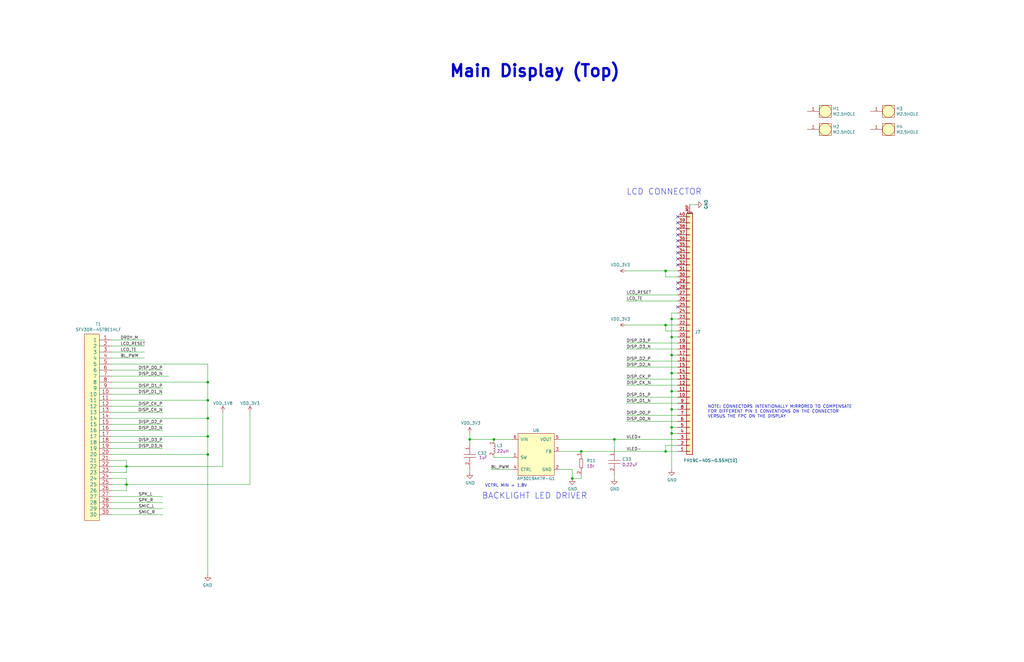
<source format=kicad_sch>
(kicad_sch (version 20230121) (generator eeschema)
  (paper "USLedger")
  (lib_symbols
    (symbol "Connector_Generic_MountingPin:Conn_01x40_MountingPin" (pin_names (offset 1.016) hide)
      (property "Reference" "J" (at 0 50.8 0))
      (property "Value" "Conn_01x40_MountingPin" (at 1.27 -53.34 0))
      (symbol "Conn_01x40_MountingPin_1_1"
        (rectangle (start -1.27 -50.673) (end 0 -50.927) (stroke (width 0.1524)))
        (rectangle (start -1.27 -48.133) (end 0 -48.387) (stroke (width 0.1524)))
        (rectangle (start -1.27 -45.593) (end 0 -45.847) (stroke (width 0.1524)))
        (rectangle (start -1.27 -43.053) (end 0 -43.307) (stroke (width 0.1524)))
        (rectangle (start -1.27 -40.513) (end 0 -40.767) (stroke (width 0.1524)))
        (rectangle (start -1.27 -37.973) (end 0 -38.227) (stroke (width 0.1524)))
        (rectangle (start -1.27 -35.433) (end 0 -35.687) (stroke (width 0.1524)))
        (rectangle (start -1.27 -32.893) (end 0 -33.147) (stroke (width 0.1524)))
        (rectangle (start -1.27 -30.353) (end 0 -30.607) (stroke (width 0.1524)))
        (rectangle (start -1.27 -27.813) (end 0 -28.067) (stroke (width 0.1524)))
        (rectangle (start -1.27 -25.273) (end 0 -25.527) (stroke (width 0.1524)))
        (rectangle (start -1.27 -22.733) (end 0 -22.987) (stroke (width 0.1524)))
        (rectangle (start -1.27 -20.193) (end 0 -20.447) (stroke (width 0.1524)))
        (rectangle (start -1.27 -17.653) (end 0 -17.907) (stroke (width 0.1524)))
        (rectangle (start -1.27 -15.113) (end 0 -15.367) (stroke (width 0.1524)))
        (rectangle (start -1.27 -12.573) (end 0 -12.827) (stroke (width 0.1524)))
        (rectangle (start -1.27 -10.033) (end 0 -10.287) (stroke (width 0.1524)))
        (rectangle (start -1.27 -7.493) (end 0 -7.747) (stroke (width 0.1524)))
        (rectangle (start -1.27 -4.953) (end 0 -5.207) (stroke (width 0.1524)))
        (rectangle (start -1.27 -2.413) (end 0 -2.667) (stroke (width 0.1524)))
        (rectangle (start -1.27 0.127) (end 0 -0.127) (stroke (width 0.1524)))
        (rectangle (start -1.27 2.667) (end 0 2.413) (stroke (width 0.1524)))
        (rectangle (start -1.27 5.207) (end 0 4.953) (stroke (width 0.1524)))
        (rectangle (start -1.27 7.747) (end 0 7.493) (stroke (width 0.1524)))
        (rectangle (start -1.27 10.287) (end 0 10.033) (stroke (width 0.1524)))
        (rectangle (start -1.27 12.827) (end 0 12.573) (stroke (width 0.1524)))
        (rectangle (start -1.27 15.367) (end 0 15.113) (stroke (width 0.1524)))
        (rectangle (start -1.27 17.907) (end 0 17.653) (stroke (width 0.1524)))
        (rectangle (start -1.27 20.447) (end 0 20.193) (stroke (width 0.1524)))
        (rectangle (start -1.27 22.987) (end 0 22.733) (stroke (width 0.1524)))
        (rectangle (start -1.27 25.527) (end 0 25.273) (stroke (width 0.1524)))
        (rectangle (start -1.27 28.067) (end 0 27.813) (stroke (width 0.1524)))
        (rectangle (start -1.27 30.607) (end 0 30.353) (stroke (width 0.1524)))
        (rectangle (start -1.27 33.147) (end 0 32.893) (stroke (width 0.1524)))
        (rectangle (start -1.27 35.687) (end 0 35.433) (stroke (width 0.1524)))
        (rectangle (start -1.27 38.227) (end 0 37.973) (stroke (width 0.1524)))
        (rectangle (start -1.27 40.767) (end 0 40.513) (stroke (width 0.1524)))
        (rectangle (start -1.27 43.307) (end 0 43.053) (stroke (width 0.1524)))
        (rectangle (start -1.27 45.847) (end 0 45.593) (stroke (width 0.1524)))
        (rectangle (start -1.27 48.387) (end 0 48.133) (stroke (width 0.1524)))
        (rectangle (start -1.27 49.53) (end 1.27 -52.07) (stroke (width 0.254)) (fill (type background)))
        (polyline (pts (xy -1.016 -52.832) (xy 1.016 -52.832)) (stroke (width 0.1524)))
        (text "Mounting" (at 0 -52.451 0) (effects (font (size 0.381 0.381))))
        (pin passive line (at -5.08 48.26 0) (length 3.81) (name "Pin_1") (number "1"))
        (pin passive line (at -5.08 25.4 0) (length 3.81) (name "Pin_10") (number "10"))
        (pin passive line (at -5.08 22.86 0) (length 3.81) (name "Pin_11") (number "11"))
        (pin passive line (at -5.08 20.32 0) (length 3.81) (name "Pin_12") (number "12"))
        (pin passive line (at -5.08 17.78 0) (length 3.81) (name "Pin_13") (number "13"))
        (pin passive line (at -5.08 15.24 0) (length 3.81) (name "Pin_14") (number "14"))
        (pin passive line (at -5.08 12.7 0) (length 3.81) (name "Pin_15") (number "15"))
        (pin passive line (at -5.08 10.16 0) (length 3.81) (name "Pin_16") (number "16"))
        (pin passive line (at -5.08 7.62 0) (length 3.81) (name "Pin_17") (number "17"))
        (pin passive line (at -5.08 5.08 0) (length 3.81) (name "Pin_18") (number "18"))
        (pin passive line (at -5.08 2.54 0) (length 3.81) (name "Pin_19") (number "19"))
        (pin passive line (at -5.08 45.72 0) (length 3.81) (name "Pin_2") (number "2"))
        (pin passive line (at -5.08 0 0) (length 3.81) (name "Pin_20") (number "20"))
        (pin passive line (at -5.08 -2.54 0) (length 3.81) (name "Pin_21") (number "21"))
        (pin passive line (at -5.08 -5.08 0) (length 3.81) (name "Pin_22") (number "22"))
        (pin passive line (at -5.08 -7.62 0) (length 3.81) (name "Pin_23") (number "23"))
        (pin passive line (at -5.08 -10.16 0) (length 3.81) (name "Pin_24") (number "24"))
        (pin passive line (at -5.08 -12.7 0) (length 3.81) (name "Pin_25") (number "25"))
        (pin passive line (at -5.08 -15.24 0) (length 3.81) (name "Pin_26") (number "26"))
        (pin passive line (at -5.08 -17.78 0) (length 3.81) (name "Pin_27") (number "27"))
        (pin passive line (at -5.08 -20.32 0) (length 3.81) (name "Pin_28") (number "28"))
        (pin passive line (at -5.08 -22.86 0) (length 3.81) (name "Pin_29") (number "29"))
        (pin passive line (at -5.08 43.18 0) (length 3.81) (name "Pin_3") (number "3"))
        (pin passive line (at -5.08 -25.4 0) (length 3.81) (name "Pin_30") (number "30"))
        (pin passive line (at -5.08 -27.94 0) (length 3.81) (name "Pin_31") (number "31"))
        (pin passive line (at -5.08 -30.48 0) (length 3.81) (name "Pin_32") (number "32"))
        (pin passive line (at -5.08 -33.02 0) (length 3.81) (name "Pin_33") (number "33"))
        (pin passive line (at -5.08 -35.56 0) (length 3.81) (name "Pin_34") (number "34"))
        (pin passive line (at -5.08 -38.1 0) (length 3.81) (name "Pin_35") (number "35"))
        (pin passive line (at -5.08 -40.64 0) (length 3.81) (name "Pin_36") (number "36"))
        (pin passive line (at -5.08 -43.18 0) (length 3.81) (name "Pin_37") (number "37"))
        (pin passive line (at -5.08 -45.72 0) (length 3.81) (name "Pin_38") (number "38"))
        (pin passive line (at -5.08 -48.26 0) (length 3.81) (name "Pin_39") (number "39"))
        (pin passive line (at -5.08 40.64 0) (length 3.81) (name "Pin_4") (number "4"))
        (pin passive line (at -5.08 -50.8 0) (length 3.81) (name "Pin_40") (number "40"))
        (pin passive line (at -5.08 38.1 0) (length 3.81) (name "Pin_5") (number "5"))
        (pin passive line (at -5.08 35.56 0) (length 3.81) (name "Pin_6") (number "6"))
        (pin passive line (at -5.08 33.02 0) (length 3.81) (name "Pin_7") (number "7"))
        (pin passive line (at -5.08 30.48 0) (length 3.81) (name "Pin_8") (number "8"))
        (pin passive line (at -5.08 27.94 0) (length 3.81) (name "Pin_9") (number "9"))
        (pin passive line (at 0 -55.88 90) (length 3.048) (name "MountPin") (number "MP"))
      )
    )
    (symbol "kimchi_ulid:AP3019AKTR-G1" (pin_names (offset 1.016))
      (property "Reference" "U" (at 0 6.35 0))
      (property "Value" "AP3019AKTR-G1" (at 0 -15.24 0))
      (symbol "AP3019AKTR-G1_0_1"
        (rectangle (start -7.62 5.08) (end 7.62 -12.7) (fill (type background)))
      )
      (symbol "AP3019AKTR-G1_1_1"
        (pin input line (at -10.16 -5.08 0) (length 2.54) (name "SW") (number "1"))
        (pin power_in line (at 10.16 -10.16 180) (length 2.54) (name "GND") (number "2"))
        (pin input line (at 10.16 -2.54 180) (length 2.54) (name "FB") (number "3"))
        (pin input line (at -10.16 -10.16 0) (length 2.54) (name "CTRL") (number "4"))
        (pin power_out line (at 10.16 2.54 180) (length 2.54) (name "VOUT") (number "5"))
        (pin power_in line (at -10.16 2.54 0) (length 2.54) (name "VIN") (number "6"))
      )
    )
    (symbol "kimchi_ulid:C0603C105K4PAC7411" (pin_names (offset 1.016))
      (property "Reference" "C" (at -2.54 2.54 0))
      (property "_Value_" "1uF" (at 58.42 63.5 0))
      (symbol "C0603C105K4PAC7411_1_1"
        (polyline (pts (xy 0 2.54) (xy 0 -2.54)))
        (polyline (pts (xy 1.27 2.54) (xy 1.27 -2.54)))
        (pin input line (at -5.08 0 0) (length 5.08) (name "~") (number "1"))
        (pin input line (at 6.35 0 180) (length 5.08) (name "~") (number "2"))
      )
    )
    (symbol "kimchi_ulid:CGA3E3X7R1H224K080AB" (pin_names (offset 1.016))
      (property "Reference" "C" (at -2.54 2.54 0))
      (property "_Value_" "0.22uF" (at 58.42 63.5 0))
      (symbol "CGA3E3X7R1H224K080AB_1_1"
        (polyline (pts (xy 0 2.54) (xy 0 -2.54)))
        (polyline (pts (xy 1.27 2.54) (xy 1.27 -2.54)))
        (pin input line (at -5.08 0 0) (length 5.08) (name "~") (number "1"))
        (pin input line (at 6.35 0 180) (length 5.08) (name "~") (number "2"))
      )
    )
    (symbol "kimchi_ulid:M2.5HOLE" (pin_names (offset 1.016))
      (property "Reference" "H" (at 0 -5.08 0))
      (property "Value" "M2.5HOLE" (at -2.54 5.08 0))
      (symbol "M2.5HOLE_0_1"
        (rectangle (start 0 2.54) (end 5.08 -2.54) (fill (type background)))
        (circle (center 2.54 0) (radius 2.54))
      )
      (symbol "M2.5HOLE_1_1"
        (pin passive line (at -5.08 0 0) (length 5.08) (name "~") (number "1"))
      )
    )
    (symbol "kimchi_ulid:RE0603FRE0710RL" (pin_names (offset 1.016))
      (property "Reference" "R" (at -2.54 2.54 0))
      (property "Value" "RE0603FRE0710RL" (at 1.27 5.08 0))
      (property "_Value_" "10r" (at 58.42 63.5 0))
      (symbol "RE0603FRE0710RL_0_1"
        (rectangle (start -1.905 0.635) (end 1.905 -0.635))
        (polyline (pts (xy -2.54 0) (xy -1.905 0)))
        (polyline (pts (xy -1.905 0) (xy -1.905 0)))
        (polyline (pts (xy 1.905 0) (xy 1.905 0)))
        (polyline (pts (xy 2.54 0) (xy 1.905 0)))
      )
      (symbol "RE0603FRE0710RL_1_1"
        (pin passive line (at -5.08 0 0) (length 2.5146) (name "~") (number "1"))
        (pin passive line (at 5.08 0 180) (length 2.5146) (name "~") (number "2"))
      )
    )
    (symbol "kimchi_ulid:SFV30R-4STBE1HLF" (pin_names (offset 1.016))
      (property "Reference" "T" (at -6.35 6.35 0))
      (property "Value" "SFV30R-4STBE1HLF" (at 7.62 -77.47 0))
      (symbol "SFV30R-4STBE1HLF_0_1"
        (rectangle (start 0 2.54) (end 6.35 -76.2) (fill (type background)))
      )
      (symbol "SFV30R-4STBE1HLF_1_1"
        (pin unspecified line (at -5.08 0 0) (length 5.08) (name "1") (number "1"))
        (pin unspecified line (at -5.08 -22.86 0) (length 5.08) (name "10") (number "10"))
        (pin unspecified line (at -5.08 -25.4 0) (length 5.08) (name "11") (number "11"))
        (pin unspecified line (at -5.08 -27.94 0) (length 5.08) (name "12") (number "12"))
        (pin unspecified line (at -5.08 -30.48 0) (length 5.08) (name "13") (number "13"))
        (pin unspecified line (at -5.08 -33.02 0) (length 5.08) (name "14") (number "14"))
        (pin unspecified line (at -5.08 -35.56 0) (length 5.08) (name "15") (number "15"))
        (pin unspecified line (at -5.08 -38.1 0) (length 5.08) (name "16") (number "16"))
        (pin unspecified line (at -5.08 -40.64 0) (length 5.08) (name "17") (number "17"))
        (pin unspecified line (at -5.08 -43.18 0) (length 5.08) (name "18") (number "18"))
        (pin unspecified line (at -5.08 -45.72 0) (length 5.08) (name "19") (number "19"))
        (pin unspecified line (at -5.08 -2.54 0) (length 5.08) (name "2") (number "2"))
        (pin unspecified line (at -5.08 -48.26 0) (length 5.08) (name "20") (number "20"))
        (pin unspecified line (at -5.08 -50.8 0) (length 5.08) (name "21") (number "21"))
        (pin unspecified line (at -5.08 -53.34 0) (length 5.08) (name "22") (number "22"))
        (pin unspecified line (at -5.08 -55.88 0) (length 5.08) (name "23") (number "23"))
        (pin unspecified line (at -5.08 -58.42 0) (length 5.08) (name "24") (number "24"))
        (pin unspecified line (at -5.08 -60.96 0) (length 5.08) (name "25") (number "25"))
        (pin unspecified line (at -5.08 -63.5 0) (length 5.08) (name "26") (number "26"))
        (pin unspecified line (at -5.08 -66.04 0) (length 5.08) (name "27") (number "27"))
        (pin unspecified line (at -5.08 -68.58 0) (length 5.08) (name "28") (number "28"))
        (pin unspecified line (at -5.08 -71.12 0) (length 5.08) (name "29") (number "29"))
        (pin unspecified line (at -5.08 -5.08 0) (length 5.08) (name "3") (number "3"))
        (pin unspecified line (at -5.08 -73.66 0) (length 5.08) (name "30") (number "30"))
        (pin unspecified line (at -5.08 -7.62 0) (length 5.08) (name "4") (number "4"))
        (pin unspecified line (at -5.08 -10.16 0) (length 5.08) (name "5") (number "5"))
        (pin unspecified line (at -5.08 -12.7 0) (length 5.08) (name "6") (number "6"))
        (pin unspecified line (at -5.08 -15.24 0) (length 5.08) (name "7") (number "7"))
        (pin unspecified line (at -5.08 -17.78 0) (length 5.08) (name "8") (number "8"))
        (pin unspecified line (at -5.08 -20.32 0) (length 5.08) (name "9") (number "9"))
      )
    )
    (symbol "kimchi_ulid:TYA4012220M-10" (pin_names (offset 1.016))
      (property "Reference" "L" (at -2.54 2.54 0))
      (property "_Value_" "22uH" (at 58.42 63.5 0))
      (symbol "TYA4012220M-10_1_1"
        (arc (start 0 -2.032) (mid 0.5058 -1.524) (end 0 -1.016))
        (arc (start 0 -1.016) (mid 0.5058 -0.508) (end 0 0))
        (arc (start 0 0) (mid 0.5058 0.508) (end 0 1.016))
        (arc (start 0 1.016) (mid 0.5058 1.524) (end 0 2.032))
        (pin passive line (at 0 2.54 270) (length 0.508) (name "~") (number "1"))
        (pin passive line (at 0 -2.54 90) (length 0.508) (name "~") (number "2"))
      )
    )
    (symbol "kimchi_ulid:VDD_1V8" (power) (pin_names (offset 0))
      (property "Value" "VDD_1V8" (at 0 3.556 0))
      (symbol "VDD_1V8_0_1"
        (polyline (pts (xy -0.762 1.27) (xy 0 2.54)))
        (polyline (pts (xy 0 0) (xy 0 2.54)))
        (polyline (pts (xy 0 2.54) (xy 0.762 1.27)))
      )
      (symbol "VDD_1V8_1_1"
        (pin power_in line (at 0 0 90) (length 0) hide (name "VDD_1V8") (number "1"))
      )
    )
    (symbol "kimchi_ulid:VDD_3V3" (power) (pin_names (offset 0))
      (property "Value" "VDD_3V3" (at 0 3.556 0))
      (symbol "VDD_3V3_0_1"
        (polyline (pts (xy -0.762 1.27) (xy 0 2.54)))
        (polyline (pts (xy 0 0) (xy 0 2.54)))
        (polyline (pts (xy 0 2.54) (xy 0.762 1.27)))
      )
      (symbol "VDD_3V3_1_1"
        (pin power_in line (at 0 0 90) (length 0) hide (name "VDD_3V3") (number "1"))
      )
    )
    (symbol "power:GND" (power) (pin_names (offset 0))
      (property "Value" "GND" (at 0 -3.81 0))
      (symbol "GND_0_1"
        (polyline (pts (xy 0 0) (xy 0 -1.27) (xy 1.27 -1.27) (xy 0 -2.54) (xy -1.27 -1.27) (xy 0 -1.27)))
      )
      (symbol "GND_1_1"
        (pin power_in line (at 0 0 270) (length 0) hide (name "GND") (number "1"))
      )
    )
  )
  (junction (at 283.21 180.34))
  (junction (at 87.63 161.29))
  (junction (at 280.67 137.16))
  (junction (at 283.21 165.1))
  (junction (at 198.12 185.42))
  (junction (at 87.63 191.77))
  (junction (at 208.28 185.42))
  (junction (at 259.08 185.42))
  (junction (at 280.67 114.3))
  (junction (at 283.21 134.62))
  (junction (at 87.63 168.91))
  (junction (at 53.34 204.47))
  (junction (at 87.63 176.53))
  (junction (at 283.21 157.48))
  (junction (at 53.34 196.85))
  (junction (at 245.11 190.5))
  (junction (at 87.63 184.15))
  (junction (at 241.3 201.93))
  (junction (at 283.21 172.72))
  (junction (at 283.21 142.24))
  (junction (at 283.21 182.88))
  (junction (at 283.21 149.86))
  (junction (at 280.67 190.5))
  (no_connect (at 285.75 121.92))
  (no_connect (at 285.75 106.68))
  (no_connect (at 285.75 96.52))
  (no_connect (at 285.75 129.54))
  (no_connect (at 285.75 111.76))
  (no_connect (at 285.75 91.44))
  (no_connect (at 285.75 99.06))
  (no_connect (at 285.75 109.22))
  (no_connect (at 285.75 93.98))
  (no_connect (at 285.75 101.6))
  (no_connect (at 285.75 104.14))
  (no_connect (at 285.75 119.38))
  (wire (pts (xy 46.99 184.15) (xy 87.63 184.15)))
  (wire (pts (xy 280.67 137.16) (xy 264.16 137.16)))
  (wire (pts (xy 259.08 200.66) (xy 259.08 201.93)))
  (wire (pts (xy 285.75 149.86) (xy 283.21 149.86)))
  (wire (pts (xy 53.34 207.01) (xy 46.99 207.01)))
  (wire (pts (xy 105.41 173.99) (xy 105.41 204.47)))
  (wire (pts (xy 208.28 193.04) (xy 208.28 191.77)))
  (wire (pts (xy 46.99 194.31) (xy 53.34 194.31)))
  (wire (pts (xy 208.28 186.69) (xy 208.28 185.42)))
  (wire (pts (xy 198.12 182.88) (xy 198.12 185.42)))
  (wire (pts (xy 198.12 186.69) (xy 198.12 185.42)))
  (wire (pts (xy 87.63 176.53) (xy 87.63 184.15)))
  (wire (pts (xy 46.99 166.37) (xy 68.58 166.37)))
  (wire (pts (xy 46.99 204.47) (xy 53.34 204.47)))
  (wire (pts (xy 46.99 156.21) (xy 68.58 156.21)))
  (wire (pts (xy 245.11 201.93) (xy 245.11 200.66)))
  (wire (pts (xy 285.75 187.96) (xy 280.67 187.96)))
  (wire (pts (xy 68.58 186.69) (xy 46.99 186.69)))
  (wire (pts (xy 236.22 190.5) (xy 245.11 190.5)))
  (wire (pts (xy 46.99 161.29) (xy 87.63 161.29)))
  (wire (pts (xy 46.99 191.77) (xy 87.63 191.77)))
  (wire (pts (xy 280.67 114.3) (xy 264.16 114.3)))
  (wire (pts (xy 285.75 157.48) (xy 283.21 157.48)))
  (wire (pts (xy 46.99 146.05) (xy 60.96 146.05)))
  (wire (pts (xy 283.21 149.86) (xy 283.21 157.48)))
  (wire (pts (xy 245.11 190.5) (xy 280.67 190.5)))
  (wire (pts (xy 241.3 201.93) (xy 245.11 201.93)))
  (wire (pts (xy 285.75 190.5) (xy 280.67 190.5)))
  (wire (pts (xy 259.08 189.23) (xy 259.08 185.42)))
  (wire (pts (xy 285.75 116.84) (xy 280.67 116.84)))
  (wire (pts (xy 46.99 209.55) (xy 68.58 209.55)))
  (wire (pts (xy 53.34 199.39) (xy 46.99 199.39)))
  (wire (pts (xy 46.99 148.59) (xy 60.96 148.59)))
  (wire (pts (xy 46.99 179.07) (xy 68.58 179.07)))
  (wire (pts (xy 208.28 185.42) (xy 198.12 185.42)))
  (wire (pts (xy 236.22 185.42) (xy 259.08 185.42)))
  (wire (pts (xy 215.9 193.04) (xy 208.28 193.04)))
  (wire (pts (xy 87.63 161.29) (xy 87.63 168.91)))
  (wire (pts (xy 87.63 184.15) (xy 87.63 191.77)))
  (wire (pts (xy 285.75 152.4) (xy 264.16 152.4)))
  (wire (pts (xy 285.75 172.72) (xy 283.21 172.72)))
  (wire (pts (xy 46.99 168.91) (xy 87.63 168.91)))
  (wire (pts (xy 285.75 154.94) (xy 264.16 154.94)))
  (wire (pts (xy 285.75 142.24) (xy 283.21 142.24)))
  (wire (pts (xy 285.75 180.34) (xy 283.21 180.34)))
  (wire (pts (xy 46.99 153.67) (xy 87.63 153.67)))
  (wire (pts (xy 46.99 214.63) (xy 68.58 214.63)))
  (wire (pts (xy 280.67 116.84) (xy 280.67 114.3)))
  (wire (pts (xy 87.63 153.67) (xy 87.63 161.29)))
  (wire (pts (xy 198.12 198.12) (xy 198.12 199.39)))
  (wire (pts (xy 53.34 204.47) (xy 105.41 204.47)))
  (wire (pts (xy 285.75 160.02) (xy 264.16 160.02)))
  (wire (pts (xy 285.75 162.56) (xy 264.16 162.56)))
  (wire (pts (xy 46.99 196.85) (xy 53.34 196.85)))
  (wire (pts (xy 285.75 165.1) (xy 283.21 165.1)))
  (wire (pts (xy 285.75 124.46) (xy 264.16 124.46)))
  (wire (pts (xy 46.99 158.75) (xy 71.12 158.75)))
  (wire (pts (xy 283.21 132.08) (xy 283.21 134.62)))
  (wire (pts (xy 283.21 180.34) (xy 283.21 182.88)))
  (wire (pts (xy 285.75 139.7) (xy 280.67 139.7)))
  (wire (pts (xy 46.99 181.61) (xy 68.58 181.61)))
  (wire (pts (xy 53.34 196.85) (xy 93.98 196.85)))
  (wire (pts (xy 280.67 187.96) (xy 280.67 190.5)))
  (wire (pts (xy 283.21 157.48) (xy 283.21 165.1)))
  (wire (pts (xy 46.99 143.51) (xy 60.96 143.51)))
  (wire (pts (xy 285.75 167.64) (xy 264.16 167.64)))
  (wire (pts (xy 290.83 86.36) (xy 293.37 86.36)))
  (wire (pts (xy 241.3 198.12) (xy 241.3 201.93)))
  (wire (pts (xy 283.21 172.72) (xy 283.21 180.34)))
  (wire (pts (xy 283.21 142.24) (xy 283.21 149.86)))
  (wire (pts (xy 215.9 198.12) (xy 207.01 198.12)))
  (wire (pts (xy 283.21 165.1) (xy 283.21 172.72)))
  (wire (pts (xy 285.75 127) (xy 264.16 127)))
  (wire (pts (xy 46.99 173.99) (xy 68.58 173.99)))
  (wire (pts (xy 285.75 170.18) (xy 264.16 170.18)))
  (wire (pts (xy 46.99 189.23) (xy 68.58 189.23)))
  (wire (pts (xy 236.22 198.12) (xy 241.3 198.12)))
  (wire (pts (xy 285.75 132.08) (xy 283.21 132.08)))
  (wire (pts (xy 46.99 163.83) (xy 68.58 163.83)))
  (wire (pts (xy 53.34 204.47) (xy 53.34 207.01)))
  (wire (pts (xy 53.34 196.85) (xy 53.34 199.39)))
  (wire (pts (xy 283.21 134.62) (xy 283.21 142.24)))
  (wire (pts (xy 285.75 137.16) (xy 280.67 137.16)))
  (wire (pts (xy 283.21 182.88) (xy 283.21 198.12)))
  (wire (pts (xy 53.34 201.93) (xy 53.34 204.47)))
  (wire (pts (xy 285.75 147.32) (xy 264.16 147.32)))
  (wire (pts (xy 285.75 175.26) (xy 264.16 175.26)))
  (wire (pts (xy 46.99 201.93) (xy 53.34 201.93)))
  (wire (pts (xy 285.75 114.3) (xy 280.67 114.3)))
  (wire (pts (xy 46.99 151.13) (xy 60.96 151.13)))
  (wire (pts (xy 93.98 173.99) (xy 93.98 196.85)))
  (wire (pts (xy 280.67 139.7) (xy 280.67 137.16)))
  (wire (pts (xy 46.99 176.53) (xy 87.63 176.53)))
  (wire (pts (xy 259.08 185.42) (xy 285.75 185.42)))
  (wire (pts (xy 215.9 185.42) (xy 208.28 185.42)))
  (wire (pts (xy 46.99 212.09) (xy 68.58 212.09)))
  (wire (pts (xy 285.75 177.8) (xy 264.16 177.8)))
  (wire (pts (xy 46.99 171.45) (xy 68.58 171.45)))
  (wire (pts (xy 87.63 168.91) (xy 87.63 176.53)))
  (wire (pts (xy 46.99 217.17) (xy 68.58 217.17)))
  (wire (pts (xy 285.75 182.88) (xy 283.21 182.88)))
  (wire (pts (xy 264.16 144.78) (xy 285.75 144.78)))
  (wire (pts (xy 53.34 194.31) (xy 53.34 196.85)))
  (wire (pts (xy 87.63 191.77) (xy 87.63 242.57)))
  (wire (pts (xy 285.75 134.62) (xy 283.21 134.62)))
  (text "BACKLIGHT LED DRIVER" (at 203.2 210.82 0) (effects (font (size 2.54 2.54)) (justify left bottom)))
  (text "Main Display (Top)" (at 189.23 33.02 0) (effects (font (size 5.0038 5.0038) (thickness 1.0008) bold) (justify left bottom)))
  (text "VCTRL MIN = 1.8V" (at 204.47 205.74 0) (effects (font (size 1.27 1.27)) (justify left bottom)))
  (text "NOTE: CONNECTORS INTENTIONALLY MIRRORED TO COMPENSATE\nFOR DIFFERENT PIN 1 CONVENTIONS ON THE CONNECTOR\nVERSUS THE FPC ON THE DISPLAY" (at 298.45 176.53 0) (effects (font (size 1.27 1.27)) (justify left bottom)))
  (text "LCD CONNECTOR" (at 264.16 82.55 0) (effects (font (size 2.54 2.54)) (justify left bottom)))
  (label "DISP_D3_N" (at 264.16 147.32 0))
  (label "DISP_CK_P" (at 264.16 160.02 0))
  (label "SPK_L" (at 58.42 209.55 0))
  (label "DISP_CK_N" (at 264.16 162.56 0))
  (label "SPK_R" (at 58.42 212.09 0))
  (label "DISP_D2_P" (at 264.16 152.4 0))
  (label "LCD_TE" (at 264.16 127 0))
  (label "LCD_RESET" (at 264.16 124.46 0))
  (label "DISP_D2_N" (at 68.58 181.61 180))
  (label "DISP_D1_P" (at 264.16 167.64 0))
  (label "DISP_D1_N" (at 68.58 166.37 180))
  (label "VLED-" (at 264.16 190.5 0))
  (label "BL_PWM" (at 207.01 198.12 0))
  (label "LCD_TE" (at 50.8 148.59 0))
  (label "DISP_D1_N" (at 264.16 170.18 0))
  (label "DISP_D0_P" (at 264.16 175.26 0))
  (label "DISP_CK_N" (at 68.58 173.99 180))
  (label "BL_PWM" (at 50.8 151.13 0))
  (label "SMIC_L" (at 58.42 214.63 0))
  (label "DISP_D3_P" (at 68.58 186.69 180))
  (label "DISP_CK_P" (at 68.58 171.45 180))
  (label "DISP_D0_N" (at 264.16 177.8 0))
  (label "DISP_D2_P" (at 68.58 179.07 180))
  (label "DISP_D0_P" (at 68.58 156.21 180))
  (label "VLED+" (at 264.16 185.42 0))
  (label "LCD_RESET" (at 50.8 146.05 0))
  (label "DRDY_M" (at 50.8 143.51 0))
  (label "DISP_D0_N" (at 68.58 158.75 180))
  (label "DISP_D3_P" (at 264.16 144.78 0))
  (label "DISP_D3_N" (at 68.58 189.23 180))
  (label "SMIC_R" (at 58.42 217.17 0))
  (label "DISP_D1_P" (at 68.58 163.83 180))
  (label "DISP_D2_N" (at 264.16 154.94 0))
  (symbol (lib_id "kimchi_ulid:AP3019AKTR-G1") (at 226.06 187.96 0) (unit 1)
    (property "Reference" "U6" (at 226.06 181.61 0))
    (property "Value" "AP3019AKTR-G1" (at 226.06 201.93 0))
    (property "Footprint" "kimchi_ulid:SOT-23-6_Handsoldering" (effects hide))
    (property "Part" "AP3019AKTR-G1" (effects hide))
  )
  (symbol (lib_id "power:GND") (at 241.3 201.93 0) (unit 1)
    (property "Reference" "#PWR054" (effects hide))
    (property "Value" "GND" (at 241.427 206.3242 0))
  )
  (symbol (lib_id "power:GND") (at 198.12 199.39 0) (unit 1)
    (property "Reference" "#PWR049" (effects hide))
    (property "Value" "GND" (at 198.247 203.7842 0))
  )
  (symbol (lib_id "power:GND") (at 259.08 201.93 0) (unit 1)
    (property "Reference" "#PWR061" (effects hide))
    (property "Value" "GND" (at 259.207 206.3242 0))
  )
  (symbol (lib_id "kimchi_ulid:VDD_3V3") (at 198.12 182.88 0) (unit 1)
    (property "Reference" "#PWR048" (effects hide))
    (property "Value" "VDD_3V3" (at 198.501 178.4858 0))
  )
  (symbol (lib_id "Connector_Generic_MountingPin:Conn_01x40_MountingPin") (at 290.83 142.24 0) (mirror x) (unit 1)
    (property "Reference" "J7" (at 293.0398 140.1064 0) (effects (justify left)))
    (property "Value" "FH19C-40S-0.5SH(10)" (at 288.29 194.31 0) (effects (justify left)))
    (property "Footprint" "kimchi_ulid:HRS_FH19C-40S-0.5SH_1x40-1MP_P0.50mm" (effects hide))
    (property "Part" "FH19C-40S-0.5SH(10)" (effects hide))
  )
  (symbol (lib_id "power:GND") (at 293.37 86.36 90) (unit 1)
    (property "Reference" "#PWR065" (effects hide))
    (property "Value" "GND" (at 297.7642 86.233 0))
  )
  (symbol (lib_id "power:GND") (at 283.21 198.12 0) (unit 1)
    (property "Reference" "#PWR064" (effects hide))
    (property "Value" "GND" (at 283.337 202.5142 0))
  )
  (symbol (lib_id "kimchi_ulid:VDD_3V3") (at 264.16 137.16 90) (unit 1)
    (property "Reference" "#PWR063" (effects hide))
    (property "Value" "VDD_3V3" (at 261.62 134.62 90))
  )
  (symbol (lib_id "kimchi_ulid:VDD_3V3") (at 264.16 114.3 90) (unit 1)
    (property "Reference" "#PWR062" (effects hide))
    (property "Value" "VDD_3V3" (at 261.62 111.76 90))
  )
  (symbol (lib_id "kimchi_ulid:RE0603FRE0710RL") (at 245.11 195.58 270) (unit 1)
    (property "Reference" "R11" (at 247.3198 194.4116 90) (effects (justify left)))
    (property "Value" "RE0603FRE0710RL" (effects hide))
    (property "Footprint" "kimchi_ulid:R0603" (effects hide))
    (property "Datasheet" "https://www.yageo.com/upload/media/product/productsearch/datasheet/rchip/PYu-RE_105_RoHS_L_6.pdf" (effects hide))
    (property "Cost QTY: 1" "0.10000" (effects hide))
    (property "Cost QTY: 1000" "0.01007" (effects hide))
    (property "Cost QTY: 2500" "0.00874" (effects hide))
    (property "Cost QTY: 5000" "0.00722" (effects hide))
    (property "Cost QTY: 10000" "0.00627" (effects hide))
    (property "MFR" "Yageo" (effects hide))
    (property "MFR#" "RE0603FRE0710RL" (effects hide))
    (property "Vendor" "Digikey" (effects hide))
    (property "Vendor #" "13-RE0603FRE0710RLCT-ND" (effects hide))
    (property "Designer" "AVR" (effects hide))
    (property "Height" "0.4mm" (effects hide))
    (property "Date Created" "1/27/2021" (effects hide))
    (property "Date Modified" "1/27/2021" (effects hide))
    (property "Lead-Free ?" "Yes" (effects hide))
    (property "RoHS Levels" "1" (effects hide))
    (property "Mounting" "SMT" (effects hide))
    (property "Pin Count #" "2" (effects hide))
    (property "Status" "Active" (effects hide))
    (property "Tolerance" "1%" (effects hide))
    (property "Type" "Thick Film Resistor" (effects hide))
    (property "Voltage" "*" (effects hide))
    (property "Package" "0603" (effects hide))
    (property "_Value_" "10r" (at 247.3198 196.723 90) (effects (justify left)))
    (property "Management_ID" "*" (effects hide))
    (property "Description" "10 Ohms ±1% 0.1W, 1/10W Chip Resistor 0603 (1608 Metric) Moisture Resistant Thick Film" (effects hide))
  )
  (symbol (lib_id "kimchi_ulid:C0603C105K4PAC7411") (at 198.12 191.77 270) (unit 1)
    (property "Reference" "C32" (at 201.3712 191.2366 90) (effects (justify left)))
    (property "Value" "C0603C105K4PAC7411" (effects hide))
    (property "Footprint" "kimchi_ulid:C0603" (effects hide))
    (property "Datasheet" "https://content.kemet.com/datasheets/KEM_C1006_X5R_SMD.pdf" (effects hide))
    (property "Cost QTY: 1" "0.12000" (effects hide))
    (property "Cost QTY: 1000" "0.08600" (effects hide))
    (property "Cost QTY: 2500" "*" (effects hide))
    (property "Cost QTY: 5000" "*" (effects hide))
    (property "Cost QTY: 10000" "*" (effects hide))
    (property "MFR" "KEMET" (effects hide))
    (property "MFR#" "C0603C105K4PAC7411" (effects hide))
    (property "Vendor" "Digikey" (effects hide))
    (property "Vendor #" "399-C0603C105K4PAC7411TR-ND" (effects hide))
    (property "Designer" "AVR" (effects hide))
    (property "Height" "0.90mm" (effects hide))
    (property "Date Created" "1/27/2021" (effects hide))
    (property "Date Modified" "1/27/2021" (effects hide))
    (property "Lead-Free ?" "Yes" (effects hide))
    (property "RoHS Levels" "1" (effects hide))
    (property "Mounting" "SMT" (effects hide))
    (property "Pin Count #" "2" (effects hide))
    (property "Status" "Active" (effects hide))
    (property "Tolerance" "20%" (effects hide))
    (property "Type" "Ceramic Cap" (effects hide))
    (property "Voltage" "16V" (effects hide))
    (property "Package" "0603" (effects hide))
    (property "Description" "1µF ±10% 16V Ceramic Capacitor X5R 0603 (1608 Metric)" (effects hide))
    (property "_Value_" "1uF" (at 201.93 193.04 90) (effects (justify left)))
    (property "Management_ID" "*" (effects hide))
  )
  (symbol (lib_id "kimchi_ulid:TYA4012220M-10") (at 208.28 189.23 0) (unit 1)
    (property "Reference" "L3" (at 209.4992 188.0616 0) (effects (justify left)))
    (property "Value" "TYA4012220M-10" (effects hide))
    (property "Footprint" "kimchi_ulid:L_Taiyo-Yuden_MD-4040" (effects hide))
    (property "Datasheet" "https://www.laird.com/sites/default/files/2020-05/TYA4012%20series%20%28Rev%20A%29.pdf" (effects hide))
    (property "Cost QTY: 1" "0.42000" (effects hide))
    (property "Cost QTY: 1000" "0.16619" (effects hide))
    (property "Cost QTY: 2500" "*" (effects hide))
    (property "Cost QTY: 5000" "*" (effects hide))
    (property "Cost QTY: 10000" "*" (effects hide))
    (property "MFR" "Laird-Signal Integrity Products" (effects hide))
    (property "MFR#" "TYA4012220M-10" (effects hide))
    (property "Vendor" "Digikey" (effects hide))
    (property "Vendor #" "240-TYA4012220M-10TR-ND" (effects hide))
    (property "Designer" "AVR" (effects hide))
    (property "Height" "1.65mm" (effects hide))
    (property "Date Created" "1/27/2021" (effects hide))
    (property "Date Modified" "1/27/2021" (effects hide))
    (property "Lead-Free ?" "Yes" (effects hide))
    (property "RoHS Levels" "1" (effects hide))
    (property "Mounting" "SMT" (effects hide))
    (property "Pin Count #" "2" (effects hide))
    (property "Status" "Active" (effects hide))
    (property "Tolerance" "*" (effects hide))
    (property "Type" "Inductor" (effects hide))
    (property "Voltage" "*" (effects hide))
    (property "Package" "0603" (effects hide))
    (property "_Value_" "22uH" (at 209.4992 190.373 0) (effects (justify left)))
    (property "Management_ID" "*" (effects hide))
    (property "Description" "22µH Shielded Wirewound Inductor 800mA 800mOhm Max Nonstandard " (effects hide))
  )
  (symbol (lib_id "kimchi_ulid:M2.5HOLE") (at 345.44 46.99 0) (unit 1)
    (property "Reference" "H1" (at 351.2312 45.8216 0) (effects (justify left)))
    (property "Value" "M2.5HOLE" (at 351.2312 48.133 0) (effects (justify left)))
    (property "Footprint" "kimchi_ulid:M2.5HOLE" (effects hide))
  )
  (symbol (lib_id "kimchi_ulid:M2.5HOLE") (at 345.44 54.61 0) (unit 1)
    (property "Reference" "H2" (at 351.2312 53.4416 0) (effects (justify left)))
    (property "Value" "M2.5HOLE" (at 351.2312 55.753 0) (effects (justify left)))
    (property "Footprint" "kimchi_ulid:M2.5HOLE" (effects hide))
  )
  (symbol (lib_id "kimchi_ulid:M2.5HOLE") (at 372.11 54.61 0) (unit 1)
    (property "Reference" "H4" (at 377.9012 53.4416 0) (effects (justify left)))
    (property "Value" "M2.5HOLE" (at 377.9012 55.753 0) (effects (justify left)))
    (property "Footprint" "kimchi_ulid:M2.5HOLE" (effects hide))
  )
  (symbol (lib_id "kimchi_ulid:M2.5HOLE") (at 372.11 46.99 0) (unit 1)
    (property "Reference" "H3" (at 377.9012 45.8216 0) (effects (justify left)))
    (property "Value" "M2.5HOLE" (at 377.9012 48.133 0) (effects (justify left)))
    (property "Footprint" "kimchi_ulid:M2.5HOLE" (effects hide))
  )
  (symbol (lib_id "kimchi_ulid:CGA3E3X7R1H224K080AB") (at 259.08 194.31 270) (unit 1)
    (property "Reference" "C33" (at 262.3312 193.7766 90) (effects (justify left)))
    (property "Value" "CGA3E3X7R1H224K080AB" (effects hide))
    (property "Footprint" "kimchi_ulid:C0603" (effects hide))
    (property "Datasheet" "https://product.tdk.com/info/en/catalog/spec/mlccspec_automotive_general_en.pdf?ref_disty=digikey" (effects hide))
    (property "Cost QTY: 1" "0.19000" (effects hide))
    (property "Cost QTY: 1000" "0.04023" (effects hide))
    (property "Cost QTY: 2500" "*" (effects hide))
    (property "Cost QTY: 5000" "*" (effects hide))
    (property "Cost QTY: 10000" "*" (effects hide))
    (property "MFR" "TDK Corporation" (effects hide))
    (property "MFR#" "CGA3E3X7R1H224K080AB" (effects hide))
    (property "Vendor" "Digikey" (effects hide))
    (property "Vendor #" "445-6926-2-ND" (effects hide))
    (property "Designer" "AVR" (effects hide))
    (property "Height" "0.90mm" (effects hide))
    (property "Date Created" "1/27/2021" (effects hide))
    (property "Date Modified" "1/27/2021" (effects hide))
    (property "Lead-Free ?" "Yes" (effects hide))
    (property "RoHS Levels" "1" (effects hide))
    (property "Mounting" "SMT" (effects hide))
    (property "Pin Count #" "2" (effects hide))
    (property "Status" "Active" (effects hide))
    (property "Tolerance" "10%" (effects hide))
    (property "Type" "Ceramic Cap" (effects hide))
    (property "Voltage" "50V" (effects hide))
    (property "Package" "0603" (effects hide))
    (property "Description" "0.22µF ±10% 50V Ceramic Capacitor X7R 0603 (1608 Metric)" (effects hide))
    (property "_Value_" "0.22uF" (at 262.3312 196.088 90) (effects (justify left)))
    (property "Management_ID" "*" (effects hide))
  )
  (symbol (lib_id "kimchi_ulid:SFV30R-4STBE1HLF") (at 41.91 143.51 0) (mirror y) (unit 1)
    (property "Reference" "T1" (at 41.4782 136.779 0))
    (property "Value" "SFV30R-4STBE1HLF" (at 41.4782 139.0904 0))
    (property "Footprint" "kimchi_ulid:SFV30R-4STBE1HLF" (effects hide))
    (property "Datasheet" "https://cdn.amphenol-icc.com/media/wysiwyg/files/documentation/gs-12-645.pdf" (effects hide))
  )
  (symbol (lib_id "kimchi_ulid:VDD_3V3") (at 105.41 173.99 0) (mirror y) (unit 1)
    (property "Reference" "#PWR0101" (effects hide))
    (property "Value" "VDD_3V3" (at 105.41 170.18 0))
  )
  (symbol (lib_id "kimchi_ulid:VDD_1V8") (at 93.98 173.99 0) (mirror y) (unit 1)
    (property "Reference" "#PWR0102" (effects hide))
    (property "Value" "VDD_1V8" (at 93.98 170.18 0))
  )
  (symbol (lib_id "power:GND") (at 87.63 242.57 0) (mirror y) (unit 1)
    (property "Reference" "#PWR0103" (effects hide))
    (property "Value" "GND" (at 87.503 246.9642 0))
  )
)
</source>
